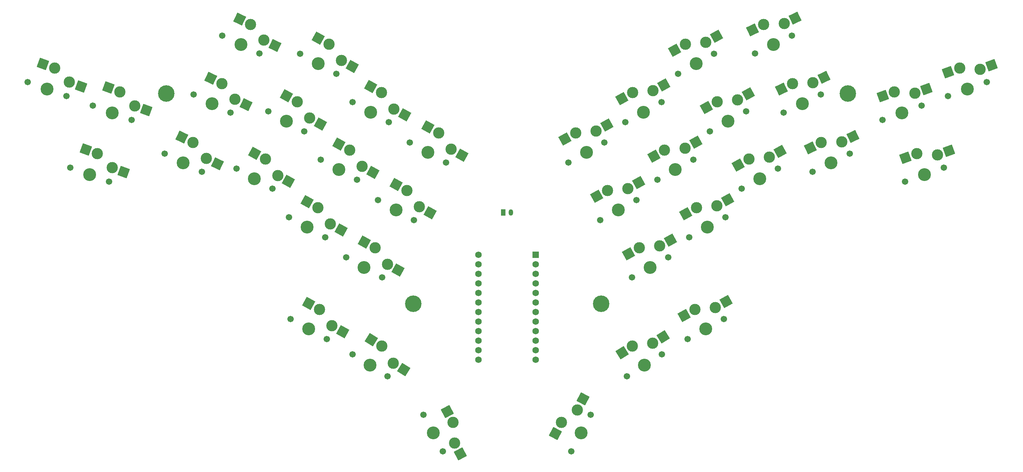
<source format=gbr>
%TF.GenerationSoftware,KiCad,Pcbnew,8.0.2-1*%
%TF.CreationDate,2024-06-17T15:58:38+09:00*%
%TF.ProjectId,tolkeeb_zero,746f6c6b-6565-4625-9f7a-65726f2e6b69,v1.0.0*%
%TF.SameCoordinates,Original*%
%TF.FileFunction,Soldermask,Bot*%
%TF.FilePolarity,Negative*%
%FSLAX46Y46*%
G04 Gerber Fmt 4.6, Leading zero omitted, Abs format (unit mm)*
G04 Created by KiCad (PCBNEW 8.0.2-1) date 2024-06-17 15:58:38*
%MOMM*%
%LPD*%
G01*
G04 APERTURE LIST*
G04 Aperture macros list*
%AMRotRect*
0 Rectangle, with rotation*
0 The origin of the aperture is its center*
0 $1 length*
0 $2 width*
0 $3 Rotation angle, in degrees counterclockwise*
0 Add horizontal line*
21,1,$1,$2,0,0,$3*%
G04 Aperture macros list end*
%ADD10R,1.752600X1.752600*%
%ADD11C,1.752600*%
%ADD12C,0.700000*%
%ADD13C,4.400000*%
%ADD14C,1.701800*%
%ADD15C,3.000000*%
%ADD16C,3.429000*%
%ADD17RotRect,2.600000X2.600000X331.000000*%
%ADD18RotRect,2.600000X2.600000X32.000000*%
%ADD19RotRect,2.600000X2.600000X29.000000*%
%ADD20RotRect,2.600000X2.600000X20.000000*%
%ADD21RotRect,2.600000X2.600000X328.000000*%
%ADD22R,1.200000X1.700000*%
%ADD23O,1.200000X1.700000*%
%ADD24RotRect,2.600000X2.600000X298.000000*%
%ADD25RotRect,2.600000X2.600000X340.000000*%
%ADD26RotRect,2.600000X2.600000X334.000000*%
%ADD27RotRect,2.600000X2.600000X26.000000*%
%ADD28RotRect,2.600000X2.600000X62.000000*%
G04 APERTURE END LIST*
D10*
%TO.C,MCU1*%
X158020003Y-156020003D03*
D11*
X158020003Y-158560003D03*
X158020004Y-161100003D03*
X158020002Y-163640004D03*
X158020003Y-166180004D03*
X158020003Y-168720003D03*
X158020003Y-171260003D03*
X158020003Y-173800002D03*
X158020003Y-176340003D03*
X158020005Y-178880003D03*
X158020003Y-181420003D03*
X158020003Y-183960003D03*
X142780003Y-156020003D03*
X142780003Y-158560003D03*
X142780001Y-161100003D03*
X142780003Y-163640003D03*
X142780003Y-166180004D03*
X142780003Y-168720003D03*
X142780003Y-171260003D03*
X142780003Y-173800002D03*
X142780004Y-176340002D03*
X142780002Y-178880003D03*
X142780003Y-181420003D03*
X142780003Y-183960003D03*
%TD*%
D12*
%TO.C,_3*%
X61138430Y-113730247D03*
X60237699Y-114615396D03*
X61149451Y-112467442D03*
X58974894Y-114604375D03*
D13*
X59619598Y-113085543D03*
D12*
X60264302Y-111566711D03*
X58089745Y-113703644D03*
X59001497Y-111555690D03*
X58100766Y-112440839D03*
%TD*%
D14*
%TO.C,S8*%
X86781890Y-117756415D03*
D15*
X94476915Y-115218878D03*
D16*
X91592298Y-120422867D03*
D15*
X97783433Y-119567091D03*
D14*
X96402706Y-123089319D03*
D17*
X91612536Y-113631128D03*
X100647812Y-121154843D03*
%TD*%
D14*
%TO.C,S35*%
X182262503Y-188278557D03*
D15*
X183773747Y-180318116D03*
D16*
X186926768Y-185364001D03*
D15*
X189179811Y-179534224D03*
D14*
X191591033Y-182449445D03*
D18*
X180996391Y-182053600D03*
X191957170Y-177798739D03*
%TD*%
D14*
%TO.C,S23*%
X204397293Y-123089318D03*
D16*
X209207702Y-120422865D03*
D15*
X206323085Y-115218876D03*
X211762763Y-114718994D03*
D14*
X214018111Y-117756412D03*
D19*
X203458705Y-116806629D03*
X214627144Y-113131240D03*
%TD*%
D12*
%TO.C,_2*%
X173750001Y-169045849D03*
X174233274Y-170212575D03*
X174233275Y-167879122D03*
X175400001Y-167395849D03*
D13*
X175400001Y-169045849D03*
D12*
X175400001Y-170695849D03*
X176566727Y-170212576D03*
X176566728Y-167879123D03*
X177050001Y-169045849D03*
%TD*%
D14*
%TO.C,S26*%
X190398472Y-135994086D03*
D16*
X195208881Y-133327633D03*
D15*
X192324264Y-128123644D03*
X197763942Y-127623762D03*
D14*
X200019290Y-130661180D03*
D19*
X189459884Y-129711397D03*
X200628323Y-126036008D03*
%TD*%
D14*
%TO.C,S15*%
X124475726Y-126073553D03*
D15*
X132170751Y-123536016D03*
D16*
X129286134Y-128740005D03*
D15*
X135477269Y-127884229D03*
D14*
X134096542Y-131406457D03*
D17*
X129306372Y-121948266D03*
X138341648Y-129471981D03*
%TD*%
D14*
%TO.C,S13*%
X107507391Y-156685242D03*
D15*
X115202416Y-154147705D03*
D16*
X112317799Y-159351694D03*
D15*
X118508934Y-158495918D03*
D14*
X117128207Y-162018146D03*
D17*
X112338037Y-152559955D03*
X121373313Y-160083670D03*
%TD*%
D14*
%TO.C,S31*%
X92710887Y-173065519D03*
D15*
X100405912Y-170527982D03*
D16*
X97521295Y-175731971D03*
D15*
X103712430Y-174876195D03*
D14*
X102331703Y-178398423D03*
D17*
X97541533Y-168940232D03*
X106576809Y-176463947D03*
%TD*%
D14*
%TO.C,S14*%
X115991558Y-141379398D03*
D15*
X123686583Y-138841861D03*
D16*
X120801966Y-144045850D03*
D15*
X126993101Y-143190074D03*
D14*
X125612374Y-146712302D03*
D17*
X120822204Y-137254111D03*
X129857480Y-144777826D03*
%TD*%
D14*
%TO.C,S17*%
X256390950Y-136510460D03*
D15*
X259524239Y-129038178D03*
D16*
X261559259Y-134629349D03*
D15*
X264975147Y-129395402D03*
D14*
X266727568Y-132748238D03*
D20*
X256446746Y-130158294D03*
X268052640Y-128275285D03*
%TD*%
D14*
%TO.C,S24*%
X195913124Y-107783473D03*
D16*
X200723533Y-105117020D03*
D15*
X197838916Y-99913031D03*
X203278594Y-99413149D03*
D14*
X205533942Y-102450567D03*
D19*
X194974536Y-101500784D03*
X206142975Y-97825395D03*
%TD*%
D14*
%TO.C,S27*%
X181914302Y-120688241D03*
D16*
X186724711Y-118021788D03*
D15*
X183840094Y-112817799D03*
X189279772Y-112317917D03*
D14*
X191535120Y-115355335D03*
D19*
X180975714Y-114405552D03*
X192144153Y-110730163D03*
%TD*%
D12*
%TO.C,_4*%
X242699234Y-112440839D03*
X242710255Y-113703645D03*
X241798503Y-111555691D03*
X240535697Y-111566712D03*
D13*
X241180402Y-113085544D03*
D12*
X241825107Y-114604376D03*
X240562301Y-114615397D03*
X239650549Y-112467443D03*
X239661570Y-113730249D03*
%TD*%
D14*
%TO.C,S18*%
X250405599Y-120065839D03*
D15*
X253538888Y-112593557D03*
D16*
X255573908Y-118184728D03*
D15*
X258989796Y-112950781D03*
D14*
X260742217Y-116303617D03*
D20*
X250461395Y-113713673D03*
X262067289Y-111830664D03*
%TD*%
D14*
%TO.C,S32*%
X109208970Y-182449442D03*
D15*
X117026255Y-180318112D03*
D16*
X113873235Y-185363998D03*
D15*
X120100673Y-184833414D03*
D14*
X118537500Y-188278554D03*
D21*
X114248897Y-178582626D03*
X122878030Y-186568900D03*
%TD*%
D22*
%TO.C,JST1*%
X149400000Y-144740005D03*
D23*
X151400002Y-144740003D03*
%TD*%
D14*
%TO.C,S30*%
X166703457Y-131406458D03*
D16*
X171513866Y-128740005D03*
D15*
X168629249Y-123536016D03*
X174068927Y-123036134D03*
D14*
X176324275Y-126073552D03*
D19*
X165764869Y-125123769D03*
X176933308Y-121448380D03*
%TD*%
D14*
%TO.C,S16*%
X267789910Y-113738466D03*
D15*
X270923199Y-106266184D03*
D16*
X272958219Y-111857355D03*
D15*
X276374107Y-106623408D03*
D14*
X278126528Y-109976244D03*
D20*
X267845706Y-107386300D03*
X279451600Y-105503291D03*
%TD*%
D14*
%TO.C,S33*%
X128137415Y-198573202D03*
D15*
X135973047Y-200636058D03*
D16*
X130719509Y-203429414D03*
D15*
X136377920Y-206083634D03*
D14*
X133301603Y-208285626D03*
D24*
X134435529Y-197744405D03*
X137915439Y-208975287D03*
%TD*%
D14*
%TO.C,S3*%
X40057783Y-116303617D03*
D15*
X47261113Y-112593558D03*
D16*
X45226093Y-118184729D03*
D15*
X51207133Y-116370983D03*
D14*
X50394403Y-120065841D03*
D25*
X44183620Y-111473442D03*
X54284625Y-117491099D03*
%TD*%
D14*
%TO.C,S9*%
X95266060Y-102450570D03*
D15*
X102961085Y-99913033D03*
D16*
X100076468Y-105117022D03*
D15*
X106267603Y-104261246D03*
D14*
X104886876Y-107783474D03*
D17*
X100096706Y-98325283D03*
X109131982Y-105848998D03*
%TD*%
D14*
%TO.C,S7*%
X78297723Y-133062259D03*
D15*
X85992748Y-130524722D03*
D16*
X83108131Y-135728711D03*
D15*
X89299266Y-134872935D03*
D14*
X87918539Y-138395163D03*
D17*
X83128369Y-128936972D03*
X92163645Y-136460687D03*
%TD*%
D14*
%TO.C,S2*%
X34072432Y-132748235D03*
D15*
X41275762Y-129038176D03*
D16*
X39240742Y-134629347D03*
D15*
X45221782Y-132815601D03*
D14*
X44409052Y-136510459D03*
D25*
X38198269Y-127918060D03*
X48299274Y-133935717D03*
%TD*%
D14*
%TO.C,S6*%
X74535887Y-97601190D03*
D15*
X82087562Y-94664406D03*
D16*
X79479254Y-100012231D03*
D15*
X85617116Y-98833610D03*
D14*
X84422621Y-102423272D03*
D26*
X79144012Y-93228743D03*
X88560667Y-100269275D03*
%TD*%
D14*
%TO.C,S5*%
X66864394Y-113330085D03*
D15*
X74416069Y-110393301D03*
D16*
X71807761Y-115741126D03*
D15*
X77945623Y-114562505D03*
D14*
X76751128Y-118152167D03*
D26*
X71472519Y-108957638D03*
X80889174Y-115998170D03*
%TD*%
D14*
%TO.C,S19*%
X231720370Y-133881065D03*
D15*
X234055428Y-126122199D03*
D16*
X236663737Y-131470024D03*
D15*
X239513815Y-125907692D03*
D14*
X241607104Y-129058983D03*
D27*
X231111878Y-127557865D03*
X242457366Y-124472025D03*
%TD*%
D14*
%TO.C,S21*%
X216377380Y-102423271D03*
D15*
X218712438Y-94664405D03*
D16*
X221320747Y-100012230D03*
D15*
X224170825Y-94449898D03*
D14*
X226264114Y-97601189D03*
D27*
X215768888Y-96100071D03*
X227114376Y-93014231D03*
%TD*%
D14*
%TO.C,S1*%
X22673472Y-109976245D03*
D15*
X29876802Y-106266186D03*
D16*
X27841782Y-111857357D03*
D15*
X33822822Y-110043611D03*
D14*
X33010092Y-113738469D03*
D25*
X26799309Y-105146070D03*
X36900314Y-111163727D03*
%TD*%
D14*
%TO.C,S36*%
X167498400Y-208285626D03*
D15*
X164826956Y-200636058D03*
D16*
X170080494Y-203429414D03*
D15*
X169116798Y-197254158D03*
D14*
X172662588Y-198573202D03*
D28*
X163289436Y-203527712D03*
X170654319Y-194362504D03*
%TD*%
D14*
%TO.C,S25*%
X198882639Y-151299930D03*
D16*
X203693048Y-148633477D03*
D15*
X200808431Y-143429488D03*
X206248109Y-142929606D03*
D14*
X208503457Y-145967024D03*
D19*
X197944051Y-145017241D03*
X209112490Y-141341852D03*
%TD*%
D14*
%TO.C,S11*%
X100780714Y-130661180D03*
D15*
X108475739Y-128123643D03*
D16*
X105591122Y-133327632D03*
D15*
X111782257Y-132471856D03*
D14*
X110401530Y-135994084D03*
D17*
X105611360Y-126535893D03*
X114646636Y-134059608D03*
%TD*%
D14*
%TO.C,S10*%
X92296548Y-145967025D03*
D15*
X99991573Y-143429488D03*
D16*
X97106956Y-148633477D03*
D15*
X103298091Y-147777701D03*
D14*
X101917364Y-151299929D03*
D17*
X97127194Y-141841738D03*
X106162470Y-149365453D03*
%TD*%
D14*
%TO.C,S4*%
X59192899Y-129058980D03*
D15*
X66744574Y-126122196D03*
D16*
X64136266Y-131470021D03*
D15*
X70274128Y-130291400D03*
D14*
X69079633Y-133881062D03*
D26*
X63801024Y-124686533D03*
X73217679Y-131727065D03*
%TD*%
D14*
%TO.C,S22*%
X212881461Y-138395162D03*
D16*
X217691870Y-135728709D03*
D15*
X214807253Y-130524720D03*
X220246931Y-130024838D03*
D14*
X222502279Y-133062256D03*
D19*
X211942873Y-132112473D03*
X223111312Y-128437084D03*
%TD*%
D14*
%TO.C,S28*%
X183671793Y-162018148D03*
D16*
X188482202Y-159351695D03*
D15*
X185597585Y-154147706D03*
X191037263Y-153647824D03*
D14*
X193292611Y-156685242D03*
D19*
X182733205Y-155735459D03*
X193901644Y-152060070D03*
%TD*%
D14*
%TO.C,S29*%
X175187625Y-146712302D03*
D16*
X179998034Y-144045849D03*
D15*
X177113417Y-138841860D03*
X182553095Y-138341978D03*
D14*
X184808443Y-141379396D03*
D19*
X174249037Y-140429613D03*
X185417476Y-136754224D03*
%TD*%
D14*
%TO.C,S34*%
X198468297Y-178398423D03*
D16*
X203278706Y-175731970D03*
D15*
X200394089Y-170527981D03*
X205833767Y-170028099D03*
D14*
X208089115Y-173065517D03*
D19*
X197529709Y-172115734D03*
X208698148Y-168440345D03*
%TD*%
D14*
%TO.C,S20*%
X224048874Y-118152168D03*
D15*
X226383932Y-110393302D03*
D16*
X228992241Y-115741127D03*
D15*
X231842319Y-110178795D03*
D14*
X233935608Y-113330086D03*
D27*
X223440382Y-111828968D03*
X234785870Y-108743128D03*
%TD*%
D14*
%TO.C,S12*%
X109264881Y-115355335D03*
D15*
X116959906Y-112817798D03*
D16*
X114075289Y-118021787D03*
D15*
X120266424Y-117166011D03*
D14*
X118885697Y-120688239D03*
D17*
X114095527Y-111230048D03*
X123130803Y-118753763D03*
%TD*%
D12*
%TO.C,_1*%
X123750000Y-169045849D03*
X124233273Y-170212575D03*
X124233274Y-167879122D03*
X125400000Y-167395849D03*
D13*
X125400000Y-169045849D03*
D12*
X125400000Y-170695849D03*
X126566726Y-170212576D03*
X126566727Y-167879123D03*
X127050000Y-169045849D03*
%TD*%
M02*

</source>
